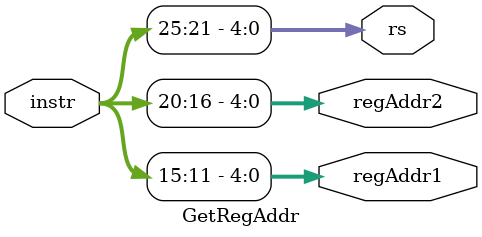
<source format=v>
`timescale 1ns / 1ps
module GetRegAddr(
    input [31:0] instr,
    output reg [4:0] regAddr1,
    output reg [4:0] regAddr2,
	 output reg [4:0] rs
    );


always@(*)
begin
	regAddr1 			= instr[15:11];
	regAddr2 			= instr[20:16];
	rs						= instr[25:21];
end

endmodule

</source>
